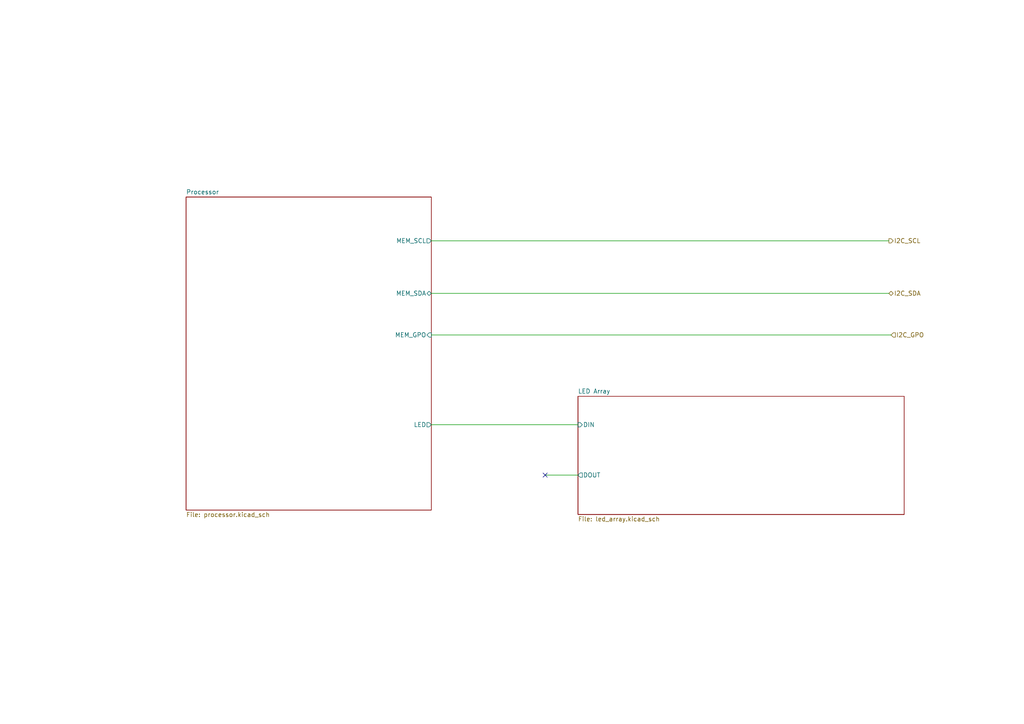
<source format=kicad_sch>
(kicad_sch
	(version 20250114)
	(generator "eeschema")
	(generator_version "9.0")
	(uuid "ec39be41-3d76-4f25-8efe-5e83db2ca131")
	(paper "A4")
	(title_block
		(title "LED Display")
		(date "2025-07-13")
		(rev "0.1")
	)
	(lib_symbols)
	(no_connect
		(at 158.115 137.795)
		(uuid "cb040032-5787-43ef-896b-dca98b46bd76")
	)
	(wire
		(pts
			(xy 125.095 123.19) (xy 167.64 123.19)
		)
		(stroke
			(width 0)
			(type default)
		)
		(uuid "290278c8-289f-4751-8ae7-ad02461b0643")
	)
	(wire
		(pts
			(xy 125.095 97.155) (xy 258.445 97.155)
		)
		(stroke
			(width 0)
			(type default)
		)
		(uuid "29b52351-ca9a-492d-9faf-bbb27eece261")
	)
	(wire
		(pts
			(xy 125.095 85.09) (xy 257.81 85.09)
		)
		(stroke
			(width 0)
			(type default)
		)
		(uuid "79f1774a-cd66-4af7-98fb-879bb725a824")
	)
	(wire
		(pts
			(xy 158.115 137.795) (xy 167.64 137.795)
		)
		(stroke
			(width 0)
			(type default)
		)
		(uuid "9b31c425-14be-477d-94d6-8edb4768280d")
	)
	(wire
		(pts
			(xy 125.095 69.85) (xy 257.81 69.85)
		)
		(stroke
			(width 0)
			(type default)
		)
		(uuid "fc97c00f-c68f-44fb-b00f-abec1a8cb0d5")
	)
	(hierarchical_label "I2C_GPO"
		(shape input)
		(at 258.445 97.155 0)
		(effects
			(font
				(size 1.27 1.27)
			)
			(justify left)
		)
		(uuid "0d356260-ce4a-4c6b-9ec7-6e38308d8206")
	)
	(hierarchical_label "I2C_SDA"
		(shape bidirectional)
		(at 257.81 85.09 0)
		(effects
			(font
				(size 1.27 1.27)
			)
			(justify left)
		)
		(uuid "b26554cb-30df-4d70-9af6-5d880ffbf95d")
	)
	(hierarchical_label "I2C_SCL"
		(shape output)
		(at 257.81 69.85 0)
		(effects
			(font
				(size 1.27 1.27)
			)
			(justify left)
		)
		(uuid "eeee91fd-a2dc-423d-a1f8-ac0af403b9a6")
	)
	(sheet
		(at 167.64 114.935)
		(size 94.615 34.29)
		(exclude_from_sim no)
		(in_bom yes)
		(on_board yes)
		(dnp no)
		(fields_autoplaced yes)
		(stroke
			(width 0.1524)
			(type solid)
		)
		(fill
			(color 0 0 0 0.0000)
		)
		(uuid "aacf72db-1e39-4b17-95e4-3edf4acb8461")
		(property "Sheetname" "LED Array"
			(at 167.64 114.2234 0)
			(effects
				(font
					(size 1.27 1.27)
				)
				(justify left bottom)
			)
		)
		(property "Sheetfile" "led_array.kicad_sch"
			(at 167.64 149.8096 0)
			(effects
				(font
					(size 1.27 1.27)
				)
				(justify left top)
			)
		)
		(pin "DIN" input
			(at 167.64 123.19 180)
			(uuid "34644973-098b-4782-8c4d-a2faea9f96c4")
			(effects
				(font
					(size 1.27 1.27)
				)
				(justify left)
			)
		)
		(pin "DOUT" output
			(at 167.64 137.795 180)
			(uuid "e4a6f546-4bc3-4a4b-a2d2-f4c28c8d7e55")
			(effects
				(font
					(size 1.27 1.27)
				)
				(justify left)
			)
		)
		(instances
			(project "ag_business_card"
				(path "/9e07d791-f667-419f-ba7a-964433e52615/35083751-8127-4c49-a360-4644eff79752"
					(page "6")
				)
			)
		)
	)
	(sheet
		(at 53.975 57.15)
		(size 71.12 90.805)
		(exclude_from_sim no)
		(in_bom yes)
		(on_board yes)
		(dnp no)
		(fields_autoplaced yes)
		(stroke
			(width 0.1524)
			(type solid)
		)
		(fill
			(color 0 0 0 0.0000)
		)
		(uuid "ef3b6426-247b-4e91-98ce-738d135abe87")
		(property "Sheetname" "Processor"
			(at 53.975 56.4384 0)
			(effects
				(font
					(size 1.27 1.27)
				)
				(justify left bottom)
			)
		)
		(property "Sheetfile" "processor.kicad_sch"
			(at 53.975 148.5396 0)
			(effects
				(font
					(size 1.27 1.27)
				)
				(justify left top)
			)
		)
		(pin "MEM_SCL" output
			(at 125.095 69.85 0)
			(uuid "4ee25b44-2e2d-46d3-8d22-68e2a7324812")
			(effects
				(font
					(size 1.27 1.27)
				)
				(justify right)
			)
		)
		(pin "MEM_SDA" bidirectional
			(at 125.095 85.09 0)
			(uuid "7f7ec72a-1f21-4cde-917b-d987691cd77b")
			(effects
				(font
					(size 1.27 1.27)
				)
				(justify right)
			)
		)
		(pin "MEM_GPO" input
			(at 125.095 97.155 0)
			(uuid "5994f5f2-bcf6-4d28-a587-651df29a6766")
			(effects
				(font
					(size 1.27 1.27)
				)
				(justify right)
			)
		)
		(pin "LED" output
			(at 125.095 123.19 0)
			(uuid "5d0cdb3d-eaa7-4461-9c60-54581a0db1eb")
			(effects
				(font
					(size 1.27 1.27)
				)
				(justify right)
			)
		)
		(instances
			(project "ag_business_card"
				(path "/9e07d791-f667-419f-ba7a-964433e52615/35083751-8127-4c49-a360-4644eff79752"
					(page "5")
				)
			)
		)
	)
)

</source>
